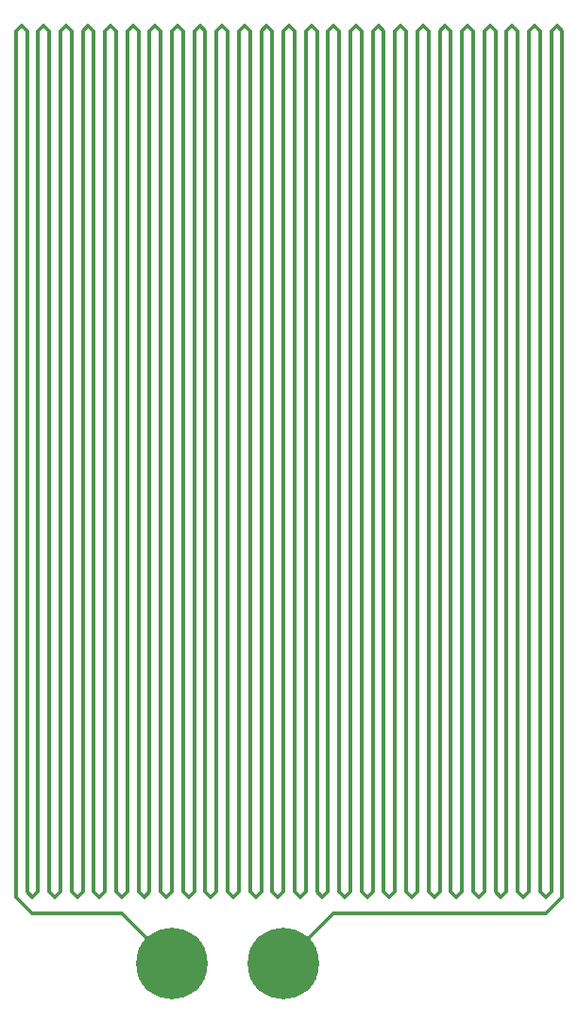
<source format=gbr>
%TF.GenerationSoftware,KiCad,Pcbnew,(5.1.10-1-10_14)*%
%TF.CreationDate,2022-01-16T21:07:01-08:00*%
%TF.ProjectId,Reflow_Heater,5265666c-6f77-45f4-9865-617465722e6b,rev?*%
%TF.SameCoordinates,Original*%
%TF.FileFunction,Copper,L1,Top*%
%TF.FilePolarity,Positive*%
%FSLAX46Y46*%
G04 Gerber Fmt 4.6, Leading zero omitted, Abs format (unit mm)*
G04 Created by KiCad (PCBNEW (5.1.10-1-10_14)) date 2022-01-16 21:07:01*
%MOMM*%
%LPD*%
G01*
G04 APERTURE LIST*
%TA.AperFunction,ComponentPad*%
%ADD10C,6.400000*%
%TD*%
%TA.AperFunction,Conductor*%
%ADD11C,0.358140*%
%TD*%
G04 APERTURE END LIST*
D10*
%TO.P,J2,1*%
%TO.N,Net-(J1-Pad1)*%
X75000000Y-160000000D03*
%TD*%
%TO.P,J1,1*%
%TO.N,Net-(J1-Pad1)*%
X65000000Y-160000000D03*
%TD*%
D11*
%TO.N,Net-(J1-Pad1)*%
X52000000Y-76500000D02*
X52000000Y-153500000D01*
X98500000Y-155500000D02*
X79500000Y-155500000D01*
X79500000Y-155500000D02*
X75000000Y-160000000D01*
X100000000Y-154000000D02*
X98500000Y-155500000D01*
X100000000Y-153500000D02*
X100000000Y-154000000D01*
X52500000Y-155500000D02*
X60500000Y-155500000D01*
X60500000Y-155500000D02*
X65000000Y-160000000D01*
X51000000Y-154000000D02*
X52500000Y-155500000D01*
X51000000Y-154000000D02*
X51000000Y-76500000D01*
X99000000Y-76500000D02*
X99500000Y-76000000D01*
X90000000Y-76500000D02*
X90000000Y-153500000D01*
X90000000Y-153500000D02*
X90500000Y-154000000D01*
X97500000Y-76000000D02*
X98000000Y-76500000D01*
X93000000Y-153500000D02*
X93000000Y-76500000D01*
X100000000Y-76500000D02*
X100000000Y-153500000D01*
X70500000Y-154000000D02*
X71000000Y-153500000D01*
X99500000Y-76000000D02*
X100000000Y-76500000D01*
X68500000Y-154000000D02*
X69000000Y-153500000D01*
X85000000Y-153500000D02*
X85000000Y-76500000D01*
X98000000Y-76500000D02*
X98000000Y-153500000D01*
X97000000Y-76500000D02*
X97500000Y-76000000D01*
X97000000Y-153500000D02*
X97000000Y-76500000D01*
X62000000Y-76500000D02*
X62000000Y-153500000D01*
X96500000Y-154000000D02*
X97000000Y-153500000D01*
X56500000Y-154000000D02*
X57000000Y-153500000D01*
X95500000Y-76000000D02*
X96000000Y-76500000D01*
X94000000Y-76500000D02*
X94000000Y-153500000D01*
X93000000Y-76500000D02*
X93500000Y-76000000D01*
X92500000Y-154000000D02*
X93000000Y-153500000D01*
X91500000Y-76000000D02*
X92000000Y-76500000D01*
X90500000Y-154000000D02*
X91000000Y-153500000D01*
X95000000Y-76500000D02*
X95500000Y-76000000D01*
X89500000Y-76000000D02*
X90000000Y-76500000D01*
X88500000Y-154000000D02*
X89000000Y-153500000D01*
X65000000Y-153500000D02*
X65000000Y-76500000D01*
X88000000Y-76500000D02*
X88000000Y-153500000D01*
X98000000Y-153500000D02*
X98500000Y-154000000D01*
X87000000Y-76500000D02*
X87500000Y-76000000D01*
X56000000Y-76500000D02*
X56000000Y-153500000D01*
X86000000Y-153500000D02*
X86500000Y-154000000D01*
X64000000Y-153500000D02*
X64500000Y-154000000D01*
X89000000Y-153500000D02*
X89000000Y-76500000D01*
X87500000Y-76000000D02*
X88000000Y-76500000D01*
X86000000Y-76500000D02*
X86000000Y-153500000D01*
X85000000Y-76500000D02*
X85500000Y-76000000D01*
X84000000Y-76500000D02*
X84000000Y-153500000D01*
X83000000Y-76500000D02*
X83500000Y-76000000D01*
X59000000Y-76500000D02*
X59500000Y-76000000D01*
X82500000Y-154000000D02*
X83000000Y-153500000D01*
X94500000Y-154000000D02*
X95000000Y-153500000D01*
X82000000Y-153500000D02*
X82500000Y-154000000D01*
X80500000Y-154000000D02*
X81000000Y-153500000D01*
X72000000Y-76500000D02*
X72000000Y-153500000D01*
X62500000Y-154000000D02*
X63000000Y-153500000D01*
X61000000Y-76500000D02*
X61500000Y-76000000D01*
X82000000Y-76500000D02*
X82000000Y-153500000D01*
X81000000Y-76500000D02*
X81500000Y-76000000D01*
X61500000Y-76000000D02*
X62000000Y-76500000D01*
X51000000Y-76500000D02*
X51500000Y-76000000D01*
X70000000Y-153500000D02*
X70500000Y-154000000D01*
X80000000Y-76500000D02*
X80000000Y-153500000D01*
X55000000Y-153500000D02*
X55000000Y-76500000D01*
X74000000Y-76500000D02*
X74000000Y-153500000D01*
X87000000Y-153500000D02*
X87000000Y-76500000D01*
X78000000Y-76500000D02*
X78000000Y-153500000D01*
X84000000Y-153500000D02*
X84500000Y-154000000D01*
X74000000Y-153500000D02*
X74500000Y-154000000D01*
X68000000Y-153500000D02*
X68500000Y-154000000D01*
X77500000Y-76000000D02*
X78000000Y-76500000D01*
X79000000Y-76500000D02*
X79500000Y-76000000D01*
X80000000Y-153500000D02*
X80500000Y-154000000D01*
X77000000Y-153500000D02*
X77000000Y-76500000D01*
X74500000Y-154000000D02*
X75000000Y-153500000D01*
X76000000Y-153500000D02*
X76500000Y-154000000D01*
X57000000Y-153500000D02*
X57000000Y-76500000D01*
X76000000Y-76500000D02*
X76000000Y-153500000D01*
X75000000Y-76500000D02*
X75500000Y-76000000D01*
X75000000Y-153500000D02*
X75000000Y-76500000D01*
X78500000Y-154000000D02*
X79000000Y-153500000D01*
X73500000Y-76000000D02*
X74000000Y-76500000D01*
X73000000Y-76500000D02*
X73500000Y-76000000D01*
X99000000Y-153500000D02*
X99000000Y-76500000D01*
X54500000Y-154000000D02*
X55000000Y-153500000D01*
X72000000Y-153500000D02*
X72500000Y-154000000D01*
X96000000Y-153500000D02*
X96500000Y-154000000D01*
X52000000Y-153500000D02*
X52500000Y-154000000D01*
X71000000Y-76500000D02*
X71500000Y-76000000D01*
X73000000Y-153500000D02*
X73000000Y-76500000D01*
X71000000Y-153500000D02*
X71000000Y-76500000D01*
X96000000Y-76500000D02*
X96000000Y-153500000D01*
X69000000Y-76500000D02*
X69500000Y-76000000D01*
X69500000Y-76000000D02*
X70000000Y-76500000D01*
X81000000Y-153500000D02*
X81000000Y-76500000D01*
X93500000Y-76000000D02*
X94000000Y-76500000D01*
X86500000Y-154000000D02*
X87000000Y-153500000D01*
X83500000Y-76000000D02*
X84000000Y-76500000D01*
X69000000Y-153500000D02*
X69000000Y-76500000D01*
X58000000Y-153500000D02*
X58500000Y-154000000D01*
X67500000Y-76000000D02*
X68000000Y-76500000D01*
X67000000Y-153500000D02*
X67000000Y-76500000D01*
X79000000Y-153500000D02*
X79000000Y-76500000D01*
X60500000Y-154000000D02*
X61000000Y-153500000D01*
X66000000Y-153500000D02*
X66500000Y-154000000D01*
X88000000Y-153500000D02*
X88500000Y-154000000D01*
X55000000Y-76500000D02*
X55500000Y-76000000D01*
X66500000Y-154000000D02*
X67000000Y-153500000D01*
X66000000Y-76500000D02*
X66000000Y-153500000D01*
X70000000Y-76500000D02*
X70000000Y-153500000D01*
X83000000Y-153500000D02*
X83000000Y-76500000D01*
X64000000Y-76500000D02*
X64000000Y-153500000D01*
X78000000Y-153500000D02*
X78500000Y-154000000D01*
X63000000Y-76500000D02*
X63500000Y-76000000D01*
X72500000Y-154000000D02*
X73000000Y-153500000D01*
X64500000Y-154000000D02*
X65000000Y-153500000D01*
X63000000Y-153500000D02*
X63000000Y-76500000D01*
X58500000Y-154000000D02*
X59000000Y-153500000D01*
X65000000Y-76500000D02*
X65500000Y-76000000D01*
X76500000Y-154000000D02*
X77000000Y-153500000D01*
X89000000Y-76500000D02*
X89500000Y-76000000D01*
X84500000Y-154000000D02*
X85000000Y-153500000D01*
X98500000Y-154000000D02*
X99000000Y-153500000D01*
X60000000Y-153500000D02*
X60500000Y-154000000D01*
X56000000Y-153500000D02*
X56500000Y-154000000D01*
X63500000Y-76000000D02*
X64000000Y-76500000D01*
X79500000Y-76000000D02*
X80000000Y-76500000D01*
X60000000Y-76500000D02*
X60000000Y-153500000D01*
X77000000Y-76500000D02*
X77500000Y-76000000D01*
X71500000Y-76000000D02*
X72000000Y-76500000D01*
X68000000Y-76500000D02*
X68000000Y-153500000D01*
X95000000Y-153500000D02*
X95000000Y-76500000D01*
X91000000Y-153500000D02*
X91000000Y-76500000D01*
X57500000Y-76000000D02*
X58000000Y-76500000D01*
X57000000Y-76500000D02*
X57500000Y-76000000D01*
X75500000Y-76000000D02*
X76000000Y-76500000D01*
X62000000Y-153500000D02*
X62500000Y-154000000D01*
X92000000Y-76500000D02*
X92000000Y-153500000D01*
X65500000Y-76000000D02*
X66000000Y-76500000D01*
X92000000Y-153500000D02*
X92500000Y-154000000D01*
X59500000Y-76000000D02*
X60000000Y-76500000D01*
X53500000Y-76000000D02*
X54000000Y-76500000D01*
X85500000Y-76000000D02*
X86000000Y-76500000D01*
X61000000Y-153500000D02*
X61000000Y-76500000D01*
X55500000Y-76000000D02*
X56000000Y-76500000D01*
X54000000Y-153500000D02*
X54500000Y-154000000D01*
X81500000Y-76000000D02*
X82000000Y-76500000D01*
X52500000Y-154000000D02*
X53000000Y-153500000D01*
X54000000Y-76500000D02*
X54000000Y-153500000D01*
X51500000Y-76000000D02*
X52000000Y-76500000D01*
X53000000Y-76500000D02*
X53500000Y-76000000D01*
X53000000Y-153500000D02*
X53000000Y-76500000D01*
X94000000Y-153500000D02*
X94500000Y-154000000D01*
X91000000Y-76500000D02*
X91500000Y-76000000D01*
X59000000Y-153500000D02*
X59000000Y-76500000D01*
X67000000Y-76500000D02*
X67500000Y-76000000D01*
X58000000Y-76500000D02*
X58000000Y-153500000D01*
%TD*%
M02*

</source>
